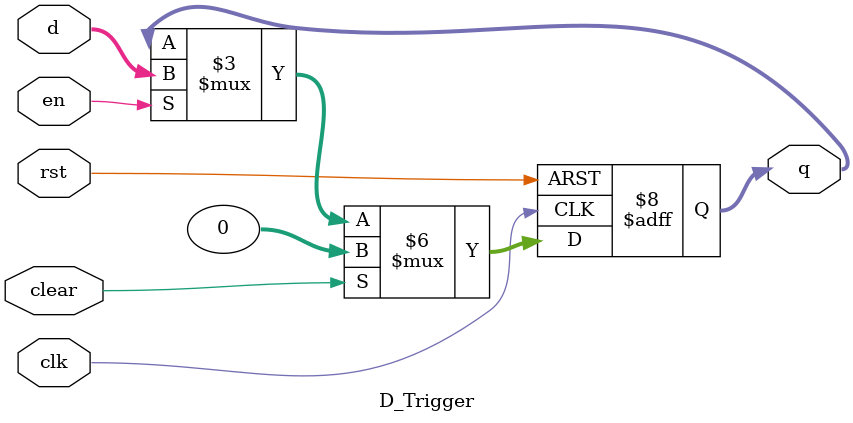
<source format=v>
`timescale 1ns / 1ps


module D_Trigger#(parameter WIDTH = 32)
                 (input clk,
                  input rst,
                  input clear,
                  input en,
                  input[WIDTH-1:0] d,
                  output reg[WIDTH-1:0] q);
    
    always@(posedge clk,posedge rst)
    begin
        if (rst)
        begin
            q <= {WIDTH{1'b0}};
        end
        else if (clear)
        begin
            q <= {WIDTH{1'b0}};
        end
        else if (en)
        begin
        q <= d;
        end
        else
        begin
            q <= q;
        end
    end
endmodule

</source>
